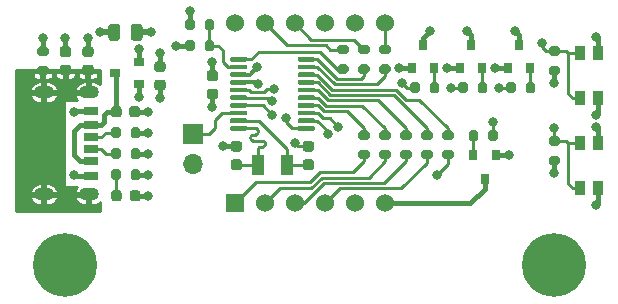
<source format=gbl>
G04 #@! TF.GenerationSoftware,KiCad,Pcbnew,(5.1.10)-1*
G04 #@! TF.CreationDate,2021-07-15T16:55:59+03:00*
G04 #@! TF.ProjectId,clock,636c6f63-6b2e-46b6-9963-61645f706362,rev?*
G04 #@! TF.SameCoordinates,Original*
G04 #@! TF.FileFunction,Copper,L4,Bot*
G04 #@! TF.FilePolarity,Positive*
%FSLAX46Y46*%
G04 Gerber Fmt 4.6, Leading zero omitted, Abs format (unit mm)*
G04 Created by KiCad (PCBNEW (5.1.10)-1) date 2021-07-15 16:55:59*
%MOMM*%
%LPD*%
G01*
G04 APERTURE LIST*
G04 #@! TA.AperFunction,ComponentPad*
%ADD10O,1.700000X1.700000*%
G04 #@! TD*
G04 #@! TA.AperFunction,ComponentPad*
%ADD11R,1.700000X1.700000*%
G04 #@! TD*
G04 #@! TA.AperFunction,SMDPad,CuDef*
%ADD12R,0.800000X0.900000*%
G04 #@! TD*
G04 #@! TA.AperFunction,SMDPad,CuDef*
%ADD13R,0.900000X0.800000*%
G04 #@! TD*
G04 #@! TA.AperFunction,ComponentPad*
%ADD14C,1.524000*%
G04 #@! TD*
G04 #@! TA.AperFunction,ComponentPad*
%ADD15R,1.524000X1.524000*%
G04 #@! TD*
G04 #@! TA.AperFunction,SMDPad,CuDef*
%ADD16R,1.000000X1.800000*%
G04 #@! TD*
G04 #@! TA.AperFunction,SMDPad,CuDef*
%ADD17R,0.900000X1.225000*%
G04 #@! TD*
G04 #@! TA.AperFunction,ComponentPad*
%ADD18O,1.700000X1.100000*%
G04 #@! TD*
G04 #@! TA.AperFunction,SMDPad,CuDef*
%ADD19R,1.200000X0.800000*%
G04 #@! TD*
G04 #@! TA.AperFunction,SMDPad,CuDef*
%ADD20R,1.200000X0.760000*%
G04 #@! TD*
G04 #@! TA.AperFunction,SMDPad,CuDef*
%ADD21R,1.200000X0.700000*%
G04 #@! TD*
G04 #@! TA.AperFunction,ComponentPad*
%ADD22C,5.400000*%
G04 #@! TD*
G04 #@! TA.AperFunction,ComponentPad*
%ADD23C,0.800000*%
G04 #@! TD*
G04 #@! TA.AperFunction,ViaPad*
%ADD24C,0.800000*%
G04 #@! TD*
G04 #@! TA.AperFunction,Conductor*
%ADD25C,0.254000*%
G04 #@! TD*
G04 #@! TA.AperFunction,Conductor*
%ADD26C,0.381000*%
G04 #@! TD*
G04 #@! TA.AperFunction,Conductor*
%ADD27C,0.508000*%
G04 #@! TD*
G04 #@! TA.AperFunction,Conductor*
%ADD28C,0.300000*%
G04 #@! TD*
G04 #@! TA.AperFunction,Conductor*
%ADD29C,0.100000*%
G04 #@! TD*
G04 APERTURE END LIST*
G04 #@! TA.AperFunction,SMDPad,CuDef*
G36*
G01*
X49750000Y-29949000D02*
X49750000Y-29749000D01*
G75*
G02*
X49850000Y-29649000I100000J0D01*
G01*
X51125000Y-29649000D01*
G75*
G02*
X51225000Y-29749000I0J-100000D01*
G01*
X51225000Y-29949000D01*
G75*
G02*
X51125000Y-30049000I-100000J0D01*
G01*
X49850000Y-30049000D01*
G75*
G02*
X49750000Y-29949000I0J100000D01*
G01*
G37*
G04 #@! TD.AperFunction*
G04 #@! TA.AperFunction,SMDPad,CuDef*
G36*
G01*
X49750000Y-29299000D02*
X49750000Y-29099000D01*
G75*
G02*
X49850000Y-28999000I100000J0D01*
G01*
X51125000Y-28999000D01*
G75*
G02*
X51225000Y-29099000I0J-100000D01*
G01*
X51225000Y-29299000D01*
G75*
G02*
X51125000Y-29399000I-100000J0D01*
G01*
X49850000Y-29399000D01*
G75*
G02*
X49750000Y-29299000I0J100000D01*
G01*
G37*
G04 #@! TD.AperFunction*
G04 #@! TA.AperFunction,SMDPad,CuDef*
G36*
G01*
X49750000Y-28649000D02*
X49750000Y-28449000D01*
G75*
G02*
X49850000Y-28349000I100000J0D01*
G01*
X51125000Y-28349000D01*
G75*
G02*
X51225000Y-28449000I0J-100000D01*
G01*
X51225000Y-28649000D01*
G75*
G02*
X51125000Y-28749000I-100000J0D01*
G01*
X49850000Y-28749000D01*
G75*
G02*
X49750000Y-28649000I0J100000D01*
G01*
G37*
G04 #@! TD.AperFunction*
G04 #@! TA.AperFunction,SMDPad,CuDef*
G36*
G01*
X49750000Y-27999000D02*
X49750000Y-27799000D01*
G75*
G02*
X49850000Y-27699000I100000J0D01*
G01*
X51125000Y-27699000D01*
G75*
G02*
X51225000Y-27799000I0J-100000D01*
G01*
X51225000Y-27999000D01*
G75*
G02*
X51125000Y-28099000I-100000J0D01*
G01*
X49850000Y-28099000D01*
G75*
G02*
X49750000Y-27999000I0J100000D01*
G01*
G37*
G04 #@! TD.AperFunction*
G04 #@! TA.AperFunction,SMDPad,CuDef*
G36*
G01*
X49750000Y-27349000D02*
X49750000Y-27149000D01*
G75*
G02*
X49850000Y-27049000I100000J0D01*
G01*
X51125000Y-27049000D01*
G75*
G02*
X51225000Y-27149000I0J-100000D01*
G01*
X51225000Y-27349000D01*
G75*
G02*
X51125000Y-27449000I-100000J0D01*
G01*
X49850000Y-27449000D01*
G75*
G02*
X49750000Y-27349000I0J100000D01*
G01*
G37*
G04 #@! TD.AperFunction*
G04 #@! TA.AperFunction,SMDPad,CuDef*
G36*
G01*
X49750000Y-26699000D02*
X49750000Y-26499000D01*
G75*
G02*
X49850000Y-26399000I100000J0D01*
G01*
X51125000Y-26399000D01*
G75*
G02*
X51225000Y-26499000I0J-100000D01*
G01*
X51225000Y-26699000D01*
G75*
G02*
X51125000Y-26799000I-100000J0D01*
G01*
X49850000Y-26799000D01*
G75*
G02*
X49750000Y-26699000I0J100000D01*
G01*
G37*
G04 #@! TD.AperFunction*
G04 #@! TA.AperFunction,SMDPad,CuDef*
G36*
G01*
X49750000Y-26049000D02*
X49750000Y-25849000D01*
G75*
G02*
X49850000Y-25749000I100000J0D01*
G01*
X51125000Y-25749000D01*
G75*
G02*
X51225000Y-25849000I0J-100000D01*
G01*
X51225000Y-26049000D01*
G75*
G02*
X51125000Y-26149000I-100000J0D01*
G01*
X49850000Y-26149000D01*
G75*
G02*
X49750000Y-26049000I0J100000D01*
G01*
G37*
G04 #@! TD.AperFunction*
G04 #@! TA.AperFunction,SMDPad,CuDef*
G36*
G01*
X49750000Y-25399000D02*
X49750000Y-25199000D01*
G75*
G02*
X49850000Y-25099000I100000J0D01*
G01*
X51125000Y-25099000D01*
G75*
G02*
X51225000Y-25199000I0J-100000D01*
G01*
X51225000Y-25399000D01*
G75*
G02*
X51125000Y-25499000I-100000J0D01*
G01*
X49850000Y-25499000D01*
G75*
G02*
X49750000Y-25399000I0J100000D01*
G01*
G37*
G04 #@! TD.AperFunction*
G04 #@! TA.AperFunction,SMDPad,CuDef*
G36*
G01*
X49750000Y-24749000D02*
X49750000Y-24549000D01*
G75*
G02*
X49850000Y-24449000I100000J0D01*
G01*
X51125000Y-24449000D01*
G75*
G02*
X51225000Y-24549000I0J-100000D01*
G01*
X51225000Y-24749000D01*
G75*
G02*
X51125000Y-24849000I-100000J0D01*
G01*
X49850000Y-24849000D01*
G75*
G02*
X49750000Y-24749000I0J100000D01*
G01*
G37*
G04 #@! TD.AperFunction*
G04 #@! TA.AperFunction,SMDPad,CuDef*
G36*
G01*
X49750000Y-24099000D02*
X49750000Y-23899000D01*
G75*
G02*
X49850000Y-23799000I100000J0D01*
G01*
X51125000Y-23799000D01*
G75*
G02*
X51225000Y-23899000I0J-100000D01*
G01*
X51225000Y-24099000D01*
G75*
G02*
X51125000Y-24199000I-100000J0D01*
G01*
X49850000Y-24199000D01*
G75*
G02*
X49750000Y-24099000I0J100000D01*
G01*
G37*
G04 #@! TD.AperFunction*
G04 #@! TA.AperFunction,SMDPad,CuDef*
G36*
G01*
X44025000Y-24099000D02*
X44025000Y-23899000D01*
G75*
G02*
X44125000Y-23799000I100000J0D01*
G01*
X45400000Y-23799000D01*
G75*
G02*
X45500000Y-23899000I0J-100000D01*
G01*
X45500000Y-24099000D01*
G75*
G02*
X45400000Y-24199000I-100000J0D01*
G01*
X44125000Y-24199000D01*
G75*
G02*
X44025000Y-24099000I0J100000D01*
G01*
G37*
G04 #@! TD.AperFunction*
G04 #@! TA.AperFunction,SMDPad,CuDef*
G36*
G01*
X44025000Y-24749000D02*
X44025000Y-24549000D01*
G75*
G02*
X44125000Y-24449000I100000J0D01*
G01*
X45400000Y-24449000D01*
G75*
G02*
X45500000Y-24549000I0J-100000D01*
G01*
X45500000Y-24749000D01*
G75*
G02*
X45400000Y-24849000I-100000J0D01*
G01*
X44125000Y-24849000D01*
G75*
G02*
X44025000Y-24749000I0J100000D01*
G01*
G37*
G04 #@! TD.AperFunction*
G04 #@! TA.AperFunction,SMDPad,CuDef*
G36*
G01*
X44025000Y-25399000D02*
X44025000Y-25199000D01*
G75*
G02*
X44125000Y-25099000I100000J0D01*
G01*
X45400000Y-25099000D01*
G75*
G02*
X45500000Y-25199000I0J-100000D01*
G01*
X45500000Y-25399000D01*
G75*
G02*
X45400000Y-25499000I-100000J0D01*
G01*
X44125000Y-25499000D01*
G75*
G02*
X44025000Y-25399000I0J100000D01*
G01*
G37*
G04 #@! TD.AperFunction*
G04 #@! TA.AperFunction,SMDPad,CuDef*
G36*
G01*
X44025000Y-26049000D02*
X44025000Y-25849000D01*
G75*
G02*
X44125000Y-25749000I100000J0D01*
G01*
X45400000Y-25749000D01*
G75*
G02*
X45500000Y-25849000I0J-100000D01*
G01*
X45500000Y-26049000D01*
G75*
G02*
X45400000Y-26149000I-100000J0D01*
G01*
X44125000Y-26149000D01*
G75*
G02*
X44025000Y-26049000I0J100000D01*
G01*
G37*
G04 #@! TD.AperFunction*
G04 #@! TA.AperFunction,SMDPad,CuDef*
G36*
G01*
X44025000Y-26699000D02*
X44025000Y-26499000D01*
G75*
G02*
X44125000Y-26399000I100000J0D01*
G01*
X45400000Y-26399000D01*
G75*
G02*
X45500000Y-26499000I0J-100000D01*
G01*
X45500000Y-26699000D01*
G75*
G02*
X45400000Y-26799000I-100000J0D01*
G01*
X44125000Y-26799000D01*
G75*
G02*
X44025000Y-26699000I0J100000D01*
G01*
G37*
G04 #@! TD.AperFunction*
G04 #@! TA.AperFunction,SMDPad,CuDef*
G36*
G01*
X44025000Y-27349000D02*
X44025000Y-27149000D01*
G75*
G02*
X44125000Y-27049000I100000J0D01*
G01*
X45400000Y-27049000D01*
G75*
G02*
X45500000Y-27149000I0J-100000D01*
G01*
X45500000Y-27349000D01*
G75*
G02*
X45400000Y-27449000I-100000J0D01*
G01*
X44125000Y-27449000D01*
G75*
G02*
X44025000Y-27349000I0J100000D01*
G01*
G37*
G04 #@! TD.AperFunction*
G04 #@! TA.AperFunction,SMDPad,CuDef*
G36*
G01*
X44025000Y-27999000D02*
X44025000Y-27799000D01*
G75*
G02*
X44125000Y-27699000I100000J0D01*
G01*
X45400000Y-27699000D01*
G75*
G02*
X45500000Y-27799000I0J-100000D01*
G01*
X45500000Y-27999000D01*
G75*
G02*
X45400000Y-28099000I-100000J0D01*
G01*
X44125000Y-28099000D01*
G75*
G02*
X44025000Y-27999000I0J100000D01*
G01*
G37*
G04 #@! TD.AperFunction*
G04 #@! TA.AperFunction,SMDPad,CuDef*
G36*
G01*
X44025000Y-28649000D02*
X44025000Y-28449000D01*
G75*
G02*
X44125000Y-28349000I100000J0D01*
G01*
X45400000Y-28349000D01*
G75*
G02*
X45500000Y-28449000I0J-100000D01*
G01*
X45500000Y-28649000D01*
G75*
G02*
X45400000Y-28749000I-100000J0D01*
G01*
X44125000Y-28749000D01*
G75*
G02*
X44025000Y-28649000I0J100000D01*
G01*
G37*
G04 #@! TD.AperFunction*
G04 #@! TA.AperFunction,SMDPad,CuDef*
G36*
G01*
X44025000Y-29299000D02*
X44025000Y-29099000D01*
G75*
G02*
X44125000Y-28999000I100000J0D01*
G01*
X45400000Y-28999000D01*
G75*
G02*
X45500000Y-29099000I0J-100000D01*
G01*
X45500000Y-29299000D01*
G75*
G02*
X45400000Y-29399000I-100000J0D01*
G01*
X44125000Y-29399000D01*
G75*
G02*
X44025000Y-29299000I0J100000D01*
G01*
G37*
G04 #@! TD.AperFunction*
G04 #@! TA.AperFunction,SMDPad,CuDef*
G36*
G01*
X44025000Y-29949000D02*
X44025000Y-29749000D01*
G75*
G02*
X44125000Y-29649000I100000J0D01*
G01*
X45400000Y-29649000D01*
G75*
G02*
X45500000Y-29749000I0J-100000D01*
G01*
X45500000Y-29949000D01*
G75*
G02*
X45400000Y-30049000I-100000J0D01*
G01*
X44125000Y-30049000D01*
G75*
G02*
X44025000Y-29949000I0J100000D01*
G01*
G37*
G04 #@! TD.AperFunction*
G04 #@! TA.AperFunction,SMDPad,CuDef*
G36*
G01*
X34729000Y-21242000D02*
X34729000Y-22192000D01*
G75*
G02*
X34479000Y-22442000I-250000J0D01*
G01*
X33979000Y-22442000D01*
G75*
G02*
X33729000Y-22192000I0J250000D01*
G01*
X33729000Y-21242000D01*
G75*
G02*
X33979000Y-20992000I250000J0D01*
G01*
X34479000Y-20992000D01*
G75*
G02*
X34729000Y-21242000I0J-250000D01*
G01*
G37*
G04 #@! TD.AperFunction*
G04 #@! TA.AperFunction,SMDPad,CuDef*
G36*
G01*
X36629000Y-21242000D02*
X36629000Y-22192000D01*
G75*
G02*
X36379000Y-22442000I-250000J0D01*
G01*
X35879000Y-22442000D01*
G75*
G02*
X35629000Y-22192000I0J250000D01*
G01*
X35629000Y-21242000D01*
G75*
G02*
X35879000Y-20992000I250000J0D01*
G01*
X36379000Y-20992000D01*
G75*
G02*
X36629000Y-21242000I0J-250000D01*
G01*
G37*
G04 #@! TD.AperFunction*
G04 #@! TA.AperFunction,SMDPad,CuDef*
G36*
G01*
X34854400Y-35303750D02*
X34854400Y-35816250D01*
G75*
G02*
X34635650Y-36035000I-218750J0D01*
G01*
X34198150Y-36035000D01*
G75*
G02*
X33979400Y-35816250I0J218750D01*
G01*
X33979400Y-35303750D01*
G75*
G02*
X34198150Y-35085000I218750J0D01*
G01*
X34635650Y-35085000D01*
G75*
G02*
X34854400Y-35303750I0J-218750D01*
G01*
G37*
G04 #@! TD.AperFunction*
G04 #@! TA.AperFunction,SMDPad,CuDef*
G36*
G01*
X36429400Y-35303750D02*
X36429400Y-35816250D01*
G75*
G02*
X36210650Y-36035000I-218750J0D01*
G01*
X35773150Y-36035000D01*
G75*
G02*
X35554400Y-35816250I0J218750D01*
G01*
X35554400Y-35303750D01*
G75*
G02*
X35773150Y-35085000I218750J0D01*
G01*
X36210650Y-35085000D01*
G75*
G02*
X36429400Y-35303750I0J-218750D01*
G01*
G37*
G04 #@! TD.AperFunction*
D10*
X40894000Y-32893000D03*
D11*
X40894000Y-30353000D03*
G04 #@! TA.AperFunction,SMDPad,CuDef*
G36*
G01*
X32254000Y-23805000D02*
X31754000Y-23805000D01*
G75*
G02*
X31529000Y-23580000I0J225000D01*
G01*
X31529000Y-23130000D01*
G75*
G02*
X31754000Y-22905000I225000J0D01*
G01*
X32254000Y-22905000D01*
G75*
G02*
X32479000Y-23130000I0J-225000D01*
G01*
X32479000Y-23580000D01*
G75*
G02*
X32254000Y-23805000I-225000J0D01*
G01*
G37*
G04 #@! TD.AperFunction*
G04 #@! TA.AperFunction,SMDPad,CuDef*
G36*
G01*
X32254000Y-25355000D02*
X31754000Y-25355000D01*
G75*
G02*
X31529000Y-25130000I0J225000D01*
G01*
X31529000Y-24680000D01*
G75*
G02*
X31754000Y-24455000I225000J0D01*
G01*
X32254000Y-24455000D01*
G75*
G02*
X32479000Y-24680000I0J-225000D01*
G01*
X32479000Y-25130000D01*
G75*
G02*
X32254000Y-25355000I-225000J0D01*
G01*
G37*
G04 #@! TD.AperFunction*
G04 #@! TA.AperFunction,SMDPad,CuDef*
G36*
G01*
X30349000Y-23805000D02*
X29849000Y-23805000D01*
G75*
G02*
X29624000Y-23580000I0J225000D01*
G01*
X29624000Y-23130000D01*
G75*
G02*
X29849000Y-22905000I225000J0D01*
G01*
X30349000Y-22905000D01*
G75*
G02*
X30574000Y-23130000I0J-225000D01*
G01*
X30574000Y-23580000D01*
G75*
G02*
X30349000Y-23805000I-225000J0D01*
G01*
G37*
G04 #@! TD.AperFunction*
G04 #@! TA.AperFunction,SMDPad,CuDef*
G36*
G01*
X30349000Y-25355000D02*
X29849000Y-25355000D01*
G75*
G02*
X29624000Y-25130000I0J225000D01*
G01*
X29624000Y-24680000D01*
G75*
G02*
X29849000Y-24455000I225000J0D01*
G01*
X30349000Y-24455000D01*
G75*
G02*
X30574000Y-24680000I0J-225000D01*
G01*
X30574000Y-25130000D01*
G75*
G02*
X30349000Y-25355000I-225000J0D01*
G01*
G37*
G04 #@! TD.AperFunction*
G04 #@! TA.AperFunction,SMDPad,CuDef*
G36*
G01*
X50923000Y-31819000D02*
X50423000Y-31819000D01*
G75*
G02*
X50198000Y-31594000I0J225000D01*
G01*
X50198000Y-31144000D01*
G75*
G02*
X50423000Y-30919000I225000J0D01*
G01*
X50923000Y-30919000D01*
G75*
G02*
X51148000Y-31144000I0J-225000D01*
G01*
X51148000Y-31594000D01*
G75*
G02*
X50923000Y-31819000I-225000J0D01*
G01*
G37*
G04 #@! TD.AperFunction*
G04 #@! TA.AperFunction,SMDPad,CuDef*
G36*
G01*
X50923000Y-33369000D02*
X50423000Y-33369000D01*
G75*
G02*
X50198000Y-33144000I0J225000D01*
G01*
X50198000Y-32694000D01*
G75*
G02*
X50423000Y-32469000I225000J0D01*
G01*
X50923000Y-32469000D01*
G75*
G02*
X51148000Y-32694000I0J-225000D01*
G01*
X51148000Y-33144000D01*
G75*
G02*
X50923000Y-33369000I-225000J0D01*
G01*
G37*
G04 #@! TD.AperFunction*
G04 #@! TA.AperFunction,SMDPad,CuDef*
G36*
G01*
X44827000Y-31819000D02*
X44327000Y-31819000D01*
G75*
G02*
X44102000Y-31594000I0J225000D01*
G01*
X44102000Y-31144000D01*
G75*
G02*
X44327000Y-30919000I225000J0D01*
G01*
X44827000Y-30919000D01*
G75*
G02*
X45052000Y-31144000I0J-225000D01*
G01*
X45052000Y-31594000D01*
G75*
G02*
X44827000Y-31819000I-225000J0D01*
G01*
G37*
G04 #@! TD.AperFunction*
G04 #@! TA.AperFunction,SMDPad,CuDef*
G36*
G01*
X44827000Y-33369000D02*
X44327000Y-33369000D01*
G75*
G02*
X44102000Y-33144000I0J225000D01*
G01*
X44102000Y-32694000D01*
G75*
G02*
X44327000Y-32469000I225000J0D01*
G01*
X44827000Y-32469000D01*
G75*
G02*
X45052000Y-32694000I0J-225000D01*
G01*
X45052000Y-33144000D01*
G75*
G02*
X44827000Y-33369000I-225000J0D01*
G01*
G37*
G04 #@! TD.AperFunction*
G04 #@! TA.AperFunction,SMDPad,CuDef*
G36*
G01*
X38350000Y-25075000D02*
X37850000Y-25075000D01*
G75*
G02*
X37625000Y-24850000I0J225000D01*
G01*
X37625000Y-24400000D01*
G75*
G02*
X37850000Y-24175000I225000J0D01*
G01*
X38350000Y-24175000D01*
G75*
G02*
X38575000Y-24400000I0J-225000D01*
G01*
X38575000Y-24850000D01*
G75*
G02*
X38350000Y-25075000I-225000J0D01*
G01*
G37*
G04 #@! TD.AperFunction*
G04 #@! TA.AperFunction,SMDPad,CuDef*
G36*
G01*
X38350000Y-26625000D02*
X37850000Y-26625000D01*
G75*
G02*
X37625000Y-26400000I0J225000D01*
G01*
X37625000Y-25950000D01*
G75*
G02*
X37850000Y-25725000I225000J0D01*
G01*
X38350000Y-25725000D01*
G75*
G02*
X38575000Y-25950000I0J-225000D01*
G01*
X38575000Y-26400000D01*
G75*
G02*
X38350000Y-26625000I-225000J0D01*
G01*
G37*
G04 #@! TD.AperFunction*
G04 #@! TA.AperFunction,SMDPad,CuDef*
G36*
G01*
X35504000Y-28698000D02*
X35504000Y-28198000D01*
G75*
G02*
X35729000Y-27973000I225000J0D01*
G01*
X36179000Y-27973000D01*
G75*
G02*
X36404000Y-28198000I0J-225000D01*
G01*
X36404000Y-28698000D01*
G75*
G02*
X36179000Y-28923000I-225000J0D01*
G01*
X35729000Y-28923000D01*
G75*
G02*
X35504000Y-28698000I0J225000D01*
G01*
G37*
G04 #@! TD.AperFunction*
G04 #@! TA.AperFunction,SMDPad,CuDef*
G36*
G01*
X33954000Y-28698000D02*
X33954000Y-28198000D01*
G75*
G02*
X34179000Y-27973000I225000J0D01*
G01*
X34629000Y-27973000D01*
G75*
G02*
X34854000Y-28198000I0J-225000D01*
G01*
X34854000Y-28698000D01*
G75*
G02*
X34629000Y-28923000I-225000J0D01*
G01*
X34179000Y-28923000D01*
G75*
G02*
X33954000Y-28698000I0J225000D01*
G01*
G37*
G04 #@! TD.AperFunction*
G04 #@! TA.AperFunction,SMDPad,CuDef*
G36*
G01*
X42295000Y-26487000D02*
X42795000Y-26487000D01*
G75*
G02*
X43020000Y-26712000I0J-225000D01*
G01*
X43020000Y-27162000D01*
G75*
G02*
X42795000Y-27387000I-225000J0D01*
G01*
X42295000Y-27387000D01*
G75*
G02*
X42070000Y-27162000I0J225000D01*
G01*
X42070000Y-26712000D01*
G75*
G02*
X42295000Y-26487000I225000J0D01*
G01*
G37*
G04 #@! TD.AperFunction*
G04 #@! TA.AperFunction,SMDPad,CuDef*
G36*
G01*
X42295000Y-24937000D02*
X42795000Y-24937000D01*
G75*
G02*
X43020000Y-25162000I0J-225000D01*
G01*
X43020000Y-25612000D01*
G75*
G02*
X42795000Y-25837000I-225000J0D01*
G01*
X42295000Y-25837000D01*
G75*
G02*
X42070000Y-25612000I0J225000D01*
G01*
X42070000Y-25162000D01*
G75*
G02*
X42295000Y-24937000I225000J0D01*
G01*
G37*
G04 #@! TD.AperFunction*
G04 #@! TA.AperFunction,SMDPad,CuDef*
G36*
G01*
X68219000Y-26141000D02*
X68219000Y-26691000D01*
G75*
G02*
X68019000Y-26891000I-200000J0D01*
G01*
X67619000Y-26891000D01*
G75*
G02*
X67419000Y-26691000I0J200000D01*
G01*
X67419000Y-26141000D01*
G75*
G02*
X67619000Y-25941000I200000J0D01*
G01*
X68019000Y-25941000D01*
G75*
G02*
X68219000Y-26141000I0J-200000D01*
G01*
G37*
G04 #@! TD.AperFunction*
G04 #@! TA.AperFunction,SMDPad,CuDef*
G36*
G01*
X69869000Y-26141000D02*
X69869000Y-26691000D01*
G75*
G02*
X69669000Y-26891000I-200000J0D01*
G01*
X69269000Y-26891000D01*
G75*
G02*
X69069000Y-26691000I0J200000D01*
G01*
X69069000Y-26141000D01*
G75*
G02*
X69269000Y-25941000I200000J0D01*
G01*
X69669000Y-25941000D01*
G75*
G02*
X69869000Y-26141000I0J-200000D01*
G01*
G37*
G04 #@! TD.AperFunction*
G04 #@! TA.AperFunction,SMDPad,CuDef*
G36*
G01*
X41040000Y-20807000D02*
X41040000Y-21357000D01*
G75*
G02*
X40840000Y-21557000I-200000J0D01*
G01*
X40440000Y-21557000D01*
G75*
G02*
X40240000Y-21357000I0J200000D01*
G01*
X40240000Y-20807000D01*
G75*
G02*
X40440000Y-20607000I200000J0D01*
G01*
X40840000Y-20607000D01*
G75*
G02*
X41040000Y-20807000I0J-200000D01*
G01*
G37*
G04 #@! TD.AperFunction*
G04 #@! TA.AperFunction,SMDPad,CuDef*
G36*
G01*
X42690000Y-20807000D02*
X42690000Y-21357000D01*
G75*
G02*
X42490000Y-21557000I-200000J0D01*
G01*
X42090000Y-21557000D01*
G75*
G02*
X41890000Y-21357000I0J200000D01*
G01*
X41890000Y-20807000D01*
G75*
G02*
X42090000Y-20607000I200000J0D01*
G01*
X42490000Y-20607000D01*
G75*
G02*
X42690000Y-20807000I0J-200000D01*
G01*
G37*
G04 #@! TD.AperFunction*
G04 #@! TA.AperFunction,SMDPad,CuDef*
G36*
G01*
X65893000Y-30755000D02*
X65893000Y-30205000D01*
G75*
G02*
X66093000Y-30005000I200000J0D01*
G01*
X66493000Y-30005000D01*
G75*
G02*
X66693000Y-30205000I0J-200000D01*
G01*
X66693000Y-30755000D01*
G75*
G02*
X66493000Y-30955000I-200000J0D01*
G01*
X66093000Y-30955000D01*
G75*
G02*
X65893000Y-30755000I0J200000D01*
G01*
G37*
G04 #@! TD.AperFunction*
G04 #@! TA.AperFunction,SMDPad,CuDef*
G36*
G01*
X64243000Y-30755000D02*
X64243000Y-30205000D01*
G75*
G02*
X64443000Y-30005000I200000J0D01*
G01*
X64843000Y-30005000D01*
G75*
G02*
X65043000Y-30205000I0J-200000D01*
G01*
X65043000Y-30755000D01*
G75*
G02*
X64843000Y-30955000I-200000J0D01*
G01*
X64443000Y-30955000D01*
G75*
G02*
X64243000Y-30755000I0J200000D01*
G01*
G37*
G04 #@! TD.AperFunction*
G04 #@! TA.AperFunction,SMDPad,CuDef*
G36*
G01*
X64155000Y-26141000D02*
X64155000Y-26691000D01*
G75*
G02*
X63955000Y-26891000I-200000J0D01*
G01*
X63555000Y-26891000D01*
G75*
G02*
X63355000Y-26691000I0J200000D01*
G01*
X63355000Y-26141000D01*
G75*
G02*
X63555000Y-25941000I200000J0D01*
G01*
X63955000Y-25941000D01*
G75*
G02*
X64155000Y-26141000I0J-200000D01*
G01*
G37*
G04 #@! TD.AperFunction*
G04 #@! TA.AperFunction,SMDPad,CuDef*
G36*
G01*
X65805000Y-26141000D02*
X65805000Y-26691000D01*
G75*
G02*
X65605000Y-26891000I-200000J0D01*
G01*
X65205000Y-26891000D01*
G75*
G02*
X65005000Y-26691000I0J200000D01*
G01*
X65005000Y-26141000D01*
G75*
G02*
X65205000Y-25941000I200000J0D01*
G01*
X65605000Y-25941000D01*
G75*
G02*
X65805000Y-26141000I0J-200000D01*
G01*
G37*
G04 #@! TD.AperFunction*
G04 #@! TA.AperFunction,SMDPad,CuDef*
G36*
G01*
X60091000Y-26141000D02*
X60091000Y-26691000D01*
G75*
G02*
X59891000Y-26891000I-200000J0D01*
G01*
X59491000Y-26891000D01*
G75*
G02*
X59291000Y-26691000I0J200000D01*
G01*
X59291000Y-26141000D01*
G75*
G02*
X59491000Y-25941000I200000J0D01*
G01*
X59891000Y-25941000D01*
G75*
G02*
X60091000Y-26141000I0J-200000D01*
G01*
G37*
G04 #@! TD.AperFunction*
G04 #@! TA.AperFunction,SMDPad,CuDef*
G36*
G01*
X61741000Y-26141000D02*
X61741000Y-26691000D01*
G75*
G02*
X61541000Y-26891000I-200000J0D01*
G01*
X61141000Y-26891000D01*
G75*
G02*
X60941000Y-26691000I0J200000D01*
G01*
X60941000Y-26141000D01*
G75*
G02*
X61141000Y-25941000I200000J0D01*
G01*
X61541000Y-25941000D01*
G75*
G02*
X61741000Y-26141000I0J-200000D01*
G01*
G37*
G04 #@! TD.AperFunction*
G04 #@! TA.AperFunction,SMDPad,CuDef*
G36*
G01*
X59203000Y-30817000D02*
X58653000Y-30817000D01*
G75*
G02*
X58453000Y-30617000I0J200000D01*
G01*
X58453000Y-30217000D01*
G75*
G02*
X58653000Y-30017000I200000J0D01*
G01*
X59203000Y-30017000D01*
G75*
G02*
X59403000Y-30217000I0J-200000D01*
G01*
X59403000Y-30617000D01*
G75*
G02*
X59203000Y-30817000I-200000J0D01*
G01*
G37*
G04 #@! TD.AperFunction*
G04 #@! TA.AperFunction,SMDPad,CuDef*
G36*
G01*
X59203000Y-32467000D02*
X58653000Y-32467000D01*
G75*
G02*
X58453000Y-32267000I0J200000D01*
G01*
X58453000Y-31867000D01*
G75*
G02*
X58653000Y-31667000I200000J0D01*
G01*
X59203000Y-31667000D01*
G75*
G02*
X59403000Y-31867000I0J-200000D01*
G01*
X59403000Y-32267000D01*
G75*
G02*
X59203000Y-32467000I-200000J0D01*
G01*
G37*
G04 #@! TD.AperFunction*
G04 #@! TA.AperFunction,SMDPad,CuDef*
G36*
G01*
X62759000Y-30817000D02*
X62209000Y-30817000D01*
G75*
G02*
X62009000Y-30617000I0J200000D01*
G01*
X62009000Y-30217000D01*
G75*
G02*
X62209000Y-30017000I200000J0D01*
G01*
X62759000Y-30017000D01*
G75*
G02*
X62959000Y-30217000I0J-200000D01*
G01*
X62959000Y-30617000D01*
G75*
G02*
X62759000Y-30817000I-200000J0D01*
G01*
G37*
G04 #@! TD.AperFunction*
G04 #@! TA.AperFunction,SMDPad,CuDef*
G36*
G01*
X62759000Y-32467000D02*
X62209000Y-32467000D01*
G75*
G02*
X62009000Y-32267000I0J200000D01*
G01*
X62009000Y-31867000D01*
G75*
G02*
X62209000Y-31667000I200000J0D01*
G01*
X62759000Y-31667000D01*
G75*
G02*
X62959000Y-31867000I0J-200000D01*
G01*
X62959000Y-32267000D01*
G75*
G02*
X62759000Y-32467000I-200000J0D01*
G01*
G37*
G04 #@! TD.AperFunction*
G04 #@! TA.AperFunction,SMDPad,CuDef*
G36*
G01*
X55097000Y-24428000D02*
X55647000Y-24428000D01*
G75*
G02*
X55847000Y-24628000I0J-200000D01*
G01*
X55847000Y-25028000D01*
G75*
G02*
X55647000Y-25228000I-200000J0D01*
G01*
X55097000Y-25228000D01*
G75*
G02*
X54897000Y-25028000I0J200000D01*
G01*
X54897000Y-24628000D01*
G75*
G02*
X55097000Y-24428000I200000J0D01*
G01*
G37*
G04 #@! TD.AperFunction*
G04 #@! TA.AperFunction,SMDPad,CuDef*
G36*
G01*
X55097000Y-22778000D02*
X55647000Y-22778000D01*
G75*
G02*
X55847000Y-22978000I0J-200000D01*
G01*
X55847000Y-23378000D01*
G75*
G02*
X55647000Y-23578000I-200000J0D01*
G01*
X55097000Y-23578000D01*
G75*
G02*
X54897000Y-23378000I0J200000D01*
G01*
X54897000Y-22978000D01*
G75*
G02*
X55097000Y-22778000I200000J0D01*
G01*
G37*
G04 #@! TD.AperFunction*
G04 #@! TA.AperFunction,SMDPad,CuDef*
G36*
G01*
X55647000Y-30817000D02*
X55097000Y-30817000D01*
G75*
G02*
X54897000Y-30617000I0J200000D01*
G01*
X54897000Y-30217000D01*
G75*
G02*
X55097000Y-30017000I200000J0D01*
G01*
X55647000Y-30017000D01*
G75*
G02*
X55847000Y-30217000I0J-200000D01*
G01*
X55847000Y-30617000D01*
G75*
G02*
X55647000Y-30817000I-200000J0D01*
G01*
G37*
G04 #@! TD.AperFunction*
G04 #@! TA.AperFunction,SMDPad,CuDef*
G36*
G01*
X55647000Y-32467000D02*
X55097000Y-32467000D01*
G75*
G02*
X54897000Y-32267000I0J200000D01*
G01*
X54897000Y-31867000D01*
G75*
G02*
X55097000Y-31667000I200000J0D01*
G01*
X55647000Y-31667000D01*
G75*
G02*
X55847000Y-31867000I0J-200000D01*
G01*
X55847000Y-32267000D01*
G75*
G02*
X55647000Y-32467000I-200000J0D01*
G01*
G37*
G04 #@! TD.AperFunction*
G04 #@! TA.AperFunction,SMDPad,CuDef*
G36*
G01*
X57425000Y-30817000D02*
X56875000Y-30817000D01*
G75*
G02*
X56675000Y-30617000I0J200000D01*
G01*
X56675000Y-30217000D01*
G75*
G02*
X56875000Y-30017000I200000J0D01*
G01*
X57425000Y-30017000D01*
G75*
G02*
X57625000Y-30217000I0J-200000D01*
G01*
X57625000Y-30617000D01*
G75*
G02*
X57425000Y-30817000I-200000J0D01*
G01*
G37*
G04 #@! TD.AperFunction*
G04 #@! TA.AperFunction,SMDPad,CuDef*
G36*
G01*
X57425000Y-32467000D02*
X56875000Y-32467000D01*
G75*
G02*
X56675000Y-32267000I0J200000D01*
G01*
X56675000Y-31867000D01*
G75*
G02*
X56875000Y-31667000I200000J0D01*
G01*
X57425000Y-31667000D01*
G75*
G02*
X57625000Y-31867000I0J-200000D01*
G01*
X57625000Y-32267000D01*
G75*
G02*
X57425000Y-32467000I-200000J0D01*
G01*
G37*
G04 #@! TD.AperFunction*
G04 #@! TA.AperFunction,SMDPad,CuDef*
G36*
G01*
X60981000Y-30817000D02*
X60431000Y-30817000D01*
G75*
G02*
X60231000Y-30617000I0J200000D01*
G01*
X60231000Y-30217000D01*
G75*
G02*
X60431000Y-30017000I200000J0D01*
G01*
X60981000Y-30017000D01*
G75*
G02*
X61181000Y-30217000I0J-200000D01*
G01*
X61181000Y-30617000D01*
G75*
G02*
X60981000Y-30817000I-200000J0D01*
G01*
G37*
G04 #@! TD.AperFunction*
G04 #@! TA.AperFunction,SMDPad,CuDef*
G36*
G01*
X60981000Y-32467000D02*
X60431000Y-32467000D01*
G75*
G02*
X60231000Y-32267000I0J200000D01*
G01*
X60231000Y-31867000D01*
G75*
G02*
X60431000Y-31667000I200000J0D01*
G01*
X60981000Y-31667000D01*
G75*
G02*
X61181000Y-31867000I0J-200000D01*
G01*
X61181000Y-32267000D01*
G75*
G02*
X60981000Y-32467000I-200000J0D01*
G01*
G37*
G04 #@! TD.AperFunction*
G04 #@! TA.AperFunction,SMDPad,CuDef*
G36*
G01*
X56875000Y-24428000D02*
X57425000Y-24428000D01*
G75*
G02*
X57625000Y-24628000I0J-200000D01*
G01*
X57625000Y-25028000D01*
G75*
G02*
X57425000Y-25228000I-200000J0D01*
G01*
X56875000Y-25228000D01*
G75*
G02*
X56675000Y-25028000I0J200000D01*
G01*
X56675000Y-24628000D01*
G75*
G02*
X56875000Y-24428000I200000J0D01*
G01*
G37*
G04 #@! TD.AperFunction*
G04 #@! TA.AperFunction,SMDPad,CuDef*
G36*
G01*
X56875000Y-22778000D02*
X57425000Y-22778000D01*
G75*
G02*
X57625000Y-22978000I0J-200000D01*
G01*
X57625000Y-23378000D01*
G75*
G02*
X57425000Y-23578000I-200000J0D01*
G01*
X56875000Y-23578000D01*
G75*
G02*
X56675000Y-23378000I0J200000D01*
G01*
X56675000Y-22978000D01*
G75*
G02*
X56875000Y-22778000I200000J0D01*
G01*
G37*
G04 #@! TD.AperFunction*
G04 #@! TA.AperFunction,SMDPad,CuDef*
G36*
G01*
X53319000Y-24428000D02*
X53869000Y-24428000D01*
G75*
G02*
X54069000Y-24628000I0J-200000D01*
G01*
X54069000Y-25028000D01*
G75*
G02*
X53869000Y-25228000I-200000J0D01*
G01*
X53319000Y-25228000D01*
G75*
G02*
X53119000Y-25028000I0J200000D01*
G01*
X53119000Y-24628000D01*
G75*
G02*
X53319000Y-24428000I200000J0D01*
G01*
G37*
G04 #@! TD.AperFunction*
G04 #@! TA.AperFunction,SMDPad,CuDef*
G36*
G01*
X53319000Y-22778000D02*
X53869000Y-22778000D01*
G75*
G02*
X54069000Y-22978000I0J-200000D01*
G01*
X54069000Y-23378000D01*
G75*
G02*
X53869000Y-23578000I-200000J0D01*
G01*
X53319000Y-23578000D01*
G75*
G02*
X53119000Y-23378000I0J200000D01*
G01*
X53119000Y-22978000D01*
G75*
G02*
X53319000Y-22778000I200000J0D01*
G01*
G37*
G04 #@! TD.AperFunction*
G04 #@! TA.AperFunction,SMDPad,CuDef*
G36*
G01*
X41890000Y-23135000D02*
X41890000Y-22585000D01*
G75*
G02*
X42090000Y-22385000I200000J0D01*
G01*
X42490000Y-22385000D01*
G75*
G02*
X42690000Y-22585000I0J-200000D01*
G01*
X42690000Y-23135000D01*
G75*
G02*
X42490000Y-23335000I-200000J0D01*
G01*
X42090000Y-23335000D01*
G75*
G02*
X41890000Y-23135000I0J200000D01*
G01*
G37*
G04 #@! TD.AperFunction*
G04 #@! TA.AperFunction,SMDPad,CuDef*
G36*
G01*
X40240000Y-23135000D02*
X40240000Y-22585000D01*
G75*
G02*
X40440000Y-22385000I200000J0D01*
G01*
X40840000Y-22385000D01*
G75*
G02*
X41040000Y-22585000I0J-200000D01*
G01*
X41040000Y-23135000D01*
G75*
G02*
X40840000Y-23335000I-200000J0D01*
G01*
X40440000Y-23335000D01*
G75*
G02*
X40240000Y-23135000I0J200000D01*
G01*
G37*
G04 #@! TD.AperFunction*
G04 #@! TA.AperFunction,SMDPad,CuDef*
G36*
G01*
X71776000Y-31325000D02*
X71226000Y-31325000D01*
G75*
G02*
X71026000Y-31125000I0J200000D01*
G01*
X71026000Y-30725000D01*
G75*
G02*
X71226000Y-30525000I200000J0D01*
G01*
X71776000Y-30525000D01*
G75*
G02*
X71976000Y-30725000I0J-200000D01*
G01*
X71976000Y-31125000D01*
G75*
G02*
X71776000Y-31325000I-200000J0D01*
G01*
G37*
G04 #@! TD.AperFunction*
G04 #@! TA.AperFunction,SMDPad,CuDef*
G36*
G01*
X71776000Y-32975000D02*
X71226000Y-32975000D01*
G75*
G02*
X71026000Y-32775000I0J200000D01*
G01*
X71026000Y-32375000D01*
G75*
G02*
X71226000Y-32175000I200000J0D01*
G01*
X71776000Y-32175000D01*
G75*
G02*
X71976000Y-32375000I0J-200000D01*
G01*
X71976000Y-32775000D01*
G75*
G02*
X71776000Y-32975000I-200000J0D01*
G01*
G37*
G04 #@! TD.AperFunction*
G04 #@! TA.AperFunction,SMDPad,CuDef*
G36*
G01*
X71776000Y-23705000D02*
X71226000Y-23705000D01*
G75*
G02*
X71026000Y-23505000I0J200000D01*
G01*
X71026000Y-23105000D01*
G75*
G02*
X71226000Y-22905000I200000J0D01*
G01*
X71776000Y-22905000D01*
G75*
G02*
X71976000Y-23105000I0J-200000D01*
G01*
X71976000Y-23505000D01*
G75*
G02*
X71776000Y-23705000I-200000J0D01*
G01*
G37*
G04 #@! TD.AperFunction*
G04 #@! TA.AperFunction,SMDPad,CuDef*
G36*
G01*
X71776000Y-25355000D02*
X71226000Y-25355000D01*
G75*
G02*
X71026000Y-25155000I0J200000D01*
G01*
X71026000Y-24755000D01*
G75*
G02*
X71226000Y-24555000I200000J0D01*
G01*
X71776000Y-24555000D01*
G75*
G02*
X71976000Y-24755000I0J-200000D01*
G01*
X71976000Y-25155000D01*
G75*
G02*
X71776000Y-25355000I-200000J0D01*
G01*
G37*
G04 #@! TD.AperFunction*
G04 #@! TA.AperFunction,SMDPad,CuDef*
G36*
G01*
X28469000Y-23705000D02*
X27919000Y-23705000D01*
G75*
G02*
X27719000Y-23505000I0J200000D01*
G01*
X27719000Y-23105000D01*
G75*
G02*
X27919000Y-22905000I200000J0D01*
G01*
X28469000Y-22905000D01*
G75*
G02*
X28669000Y-23105000I0J-200000D01*
G01*
X28669000Y-23505000D01*
G75*
G02*
X28469000Y-23705000I-200000J0D01*
G01*
G37*
G04 #@! TD.AperFunction*
G04 #@! TA.AperFunction,SMDPad,CuDef*
G36*
G01*
X28469000Y-25355000D02*
X27919000Y-25355000D01*
G75*
G02*
X27719000Y-25155000I0J200000D01*
G01*
X27719000Y-24755000D01*
G75*
G02*
X27919000Y-24555000I200000J0D01*
G01*
X28469000Y-24555000D01*
G75*
G02*
X28669000Y-24755000I0J-200000D01*
G01*
X28669000Y-25155000D01*
G75*
G02*
X28469000Y-25355000I-200000J0D01*
G01*
G37*
G04 #@! TD.AperFunction*
G04 #@! TA.AperFunction,SMDPad,CuDef*
G36*
G01*
X35629400Y-32279000D02*
X35629400Y-31729000D01*
G75*
G02*
X35829400Y-31529000I200000J0D01*
G01*
X36229400Y-31529000D01*
G75*
G02*
X36429400Y-31729000I0J-200000D01*
G01*
X36429400Y-32279000D01*
G75*
G02*
X36229400Y-32479000I-200000J0D01*
G01*
X35829400Y-32479000D01*
G75*
G02*
X35629400Y-32279000I0J200000D01*
G01*
G37*
G04 #@! TD.AperFunction*
G04 #@! TA.AperFunction,SMDPad,CuDef*
G36*
G01*
X33979400Y-32279000D02*
X33979400Y-31729000D01*
G75*
G02*
X34179400Y-31529000I200000J0D01*
G01*
X34579400Y-31529000D01*
G75*
G02*
X34779400Y-31729000I0J-200000D01*
G01*
X34779400Y-32279000D01*
G75*
G02*
X34579400Y-32479000I-200000J0D01*
G01*
X34179400Y-32479000D01*
G75*
G02*
X33979400Y-32279000I0J200000D01*
G01*
G37*
G04 #@! TD.AperFunction*
G04 #@! TA.AperFunction,SMDPad,CuDef*
G36*
G01*
X35629400Y-30501000D02*
X35629400Y-29951000D01*
G75*
G02*
X35829400Y-29751000I200000J0D01*
G01*
X36229400Y-29751000D01*
G75*
G02*
X36429400Y-29951000I0J-200000D01*
G01*
X36429400Y-30501000D01*
G75*
G02*
X36229400Y-30701000I-200000J0D01*
G01*
X35829400Y-30701000D01*
G75*
G02*
X35629400Y-30501000I0J200000D01*
G01*
G37*
G04 #@! TD.AperFunction*
G04 #@! TA.AperFunction,SMDPad,CuDef*
G36*
G01*
X33979400Y-30501000D02*
X33979400Y-29951000D01*
G75*
G02*
X34179400Y-29751000I200000J0D01*
G01*
X34579400Y-29751000D01*
G75*
G02*
X34779400Y-29951000I0J-200000D01*
G01*
X34779400Y-30501000D01*
G75*
G02*
X34579400Y-30701000I-200000J0D01*
G01*
X34179400Y-30701000D01*
G75*
G02*
X33979400Y-30501000I0J200000D01*
G01*
G37*
G04 #@! TD.AperFunction*
G04 #@! TA.AperFunction,SMDPad,CuDef*
G36*
G01*
X34779400Y-33507000D02*
X34779400Y-34057000D01*
G75*
G02*
X34579400Y-34257000I-200000J0D01*
G01*
X34179400Y-34257000D01*
G75*
G02*
X33979400Y-34057000I0J200000D01*
G01*
X33979400Y-33507000D01*
G75*
G02*
X34179400Y-33307000I200000J0D01*
G01*
X34579400Y-33307000D01*
G75*
G02*
X34779400Y-33507000I0J-200000D01*
G01*
G37*
G04 #@! TD.AperFunction*
G04 #@! TA.AperFunction,SMDPad,CuDef*
G36*
G01*
X36429400Y-33507000D02*
X36429400Y-34057000D01*
G75*
G02*
X36229400Y-34257000I-200000J0D01*
G01*
X35829400Y-34257000D01*
G75*
G02*
X35629400Y-34057000I0J200000D01*
G01*
X35629400Y-33507000D01*
G75*
G02*
X35829400Y-33307000I200000J0D01*
G01*
X36229400Y-33307000D01*
G75*
G02*
X36429400Y-33507000I0J-200000D01*
G01*
G37*
G04 #@! TD.AperFunction*
D12*
X60386000Y-22765000D03*
X59436000Y-24765000D03*
X61336000Y-24765000D03*
X65598000Y-34131000D03*
X66548000Y-32131000D03*
X64648000Y-32131000D03*
D13*
X34322000Y-25146000D03*
X36322000Y-26096000D03*
X36322000Y-24196000D03*
D12*
X64450000Y-22765000D03*
X63500000Y-24765000D03*
X65400000Y-24765000D03*
X68514000Y-22765000D03*
X67564000Y-24765000D03*
X69464000Y-24765000D03*
D14*
X44450000Y-20955000D03*
X46990000Y-20955000D03*
X49530000Y-20955000D03*
X52070000Y-20955000D03*
X54610000Y-20955000D03*
X57150000Y-20955000D03*
X57150000Y-36195000D03*
X54610000Y-36195000D03*
X52070000Y-36195000D03*
X49530000Y-36195000D03*
X46990000Y-36195000D03*
D15*
X44450000Y-36195000D03*
D16*
X48875000Y-32918400D03*
X46375000Y-32918400D03*
D17*
X75186400Y-31107500D03*
X75186400Y-34932500D03*
X73686400Y-34932500D03*
X73686400Y-31107500D03*
X75186400Y-23487500D03*
X75186400Y-27312500D03*
X73686400Y-27312500D03*
X73686400Y-23487500D03*
D18*
X28275200Y-35435000D03*
X32075200Y-35435000D03*
X28275200Y-26795000D03*
D19*
X32225200Y-28365000D03*
D20*
X32225200Y-29595000D03*
D21*
X32225200Y-30615000D03*
X32225200Y-31615000D03*
D20*
X32225200Y-32635000D03*
D18*
X32075200Y-26795000D03*
D19*
X32225200Y-33865000D03*
D22*
X71501000Y-41402000D03*
D23*
X69476000Y-41402000D03*
X70069109Y-42833891D03*
X71501000Y-43427000D03*
X72932891Y-42833891D03*
X73526000Y-41402000D03*
X72932891Y-39970109D03*
X71501000Y-39377000D03*
X70069109Y-39970109D03*
D22*
X30099000Y-41402000D03*
D23*
X32124000Y-41402000D03*
X31530891Y-39970109D03*
X30099000Y-39377000D03*
X28667109Y-39970109D03*
X28074000Y-41402000D03*
X28667109Y-42833891D03*
X30099000Y-43427000D03*
X31530891Y-42833891D03*
D24*
X61595000Y-33782000D03*
X60960000Y-21590002D03*
X64135000Y-21590000D03*
X68199000Y-21590000D03*
X37084000Y-28448000D03*
X37084000Y-30226000D03*
X37084000Y-32004000D03*
X37084000Y-35560000D03*
X38100000Y-23495000D03*
X33020000Y-21717000D03*
X42545000Y-28067000D03*
X30861000Y-28448000D03*
X30861000Y-33782000D03*
X28194000Y-22225000D03*
X30099000Y-22225000D03*
X32004000Y-22225000D03*
X36322000Y-23114000D03*
X43434000Y-31369000D03*
X40640000Y-19939000D03*
X58356500Y-24765000D03*
X62420500Y-24765000D03*
X66484500Y-24765000D03*
X67691000Y-32131000D03*
X75057000Y-29718000D03*
X75057000Y-36322000D03*
X75057000Y-28702000D03*
X75057000Y-22098000D03*
X46379845Y-26067979D03*
X49530000Y-31115000D03*
X37084000Y-33782000D03*
X38100000Y-27305000D03*
X37338000Y-21717000D03*
X42545000Y-24257000D03*
X36322000Y-27178000D03*
X39497000Y-22860000D03*
X71501000Y-33655000D03*
X71501000Y-26035000D03*
X46355000Y-24638000D03*
X70485000Y-22606000D03*
X53219231Y-29712808D03*
X71501000Y-29845000D03*
X52324000Y-30353000D03*
X47752000Y-26543000D03*
X58610500Y-25971500D03*
X62738000Y-26416000D03*
X47625000Y-27559000D03*
X66802000Y-26416000D03*
X47625000Y-28702000D03*
X66294000Y-29337000D03*
X48767996Y-28956000D03*
D25*
X62484000Y-32893000D02*
X61595000Y-33782000D01*
X62484000Y-32067000D02*
X62484000Y-32893000D01*
X55372000Y-23178000D02*
X54546000Y-22352000D01*
X50927000Y-22352000D02*
X49530000Y-20955000D01*
X54546000Y-22352000D02*
X50927000Y-22352000D01*
D26*
X60386000Y-22765000D02*
X60386000Y-22164002D01*
X60386000Y-22164002D02*
X60960000Y-21590002D01*
D25*
X48841011Y-22806011D02*
X46990000Y-20955000D01*
X52143011Y-22806011D02*
X48841011Y-22806011D01*
X52515000Y-23178000D02*
X52143011Y-22806011D01*
X53594000Y-23178000D02*
X52515000Y-23178000D01*
X57150000Y-23178000D02*
X57150000Y-20955000D01*
X58928000Y-32639000D02*
X58928000Y-32067000D01*
X57096011Y-34470989D02*
X58928000Y-32639000D01*
X52016011Y-34470989D02*
X57096011Y-34470989D01*
X50292000Y-36195000D02*
X52016011Y-34470989D01*
X49530000Y-36195000D02*
X50292000Y-36195000D01*
X60706000Y-32766000D02*
X60706000Y-32067000D01*
X58547000Y-34925000D02*
X60706000Y-32766000D01*
X52070000Y-36195000D02*
X53340000Y-34925000D01*
X53340000Y-34925000D02*
X58547000Y-34925000D01*
X57150000Y-32639000D02*
X57150000Y-32067000D01*
X55772022Y-34016978D02*
X57150000Y-32639000D01*
X51827954Y-34016978D02*
X55772022Y-34016978D01*
X50919932Y-34925000D02*
X51827954Y-34016978D01*
X48260000Y-34925000D02*
X50919932Y-34925000D01*
X46990000Y-36195000D02*
X48260000Y-34925000D01*
X55372000Y-32639000D02*
X55372000Y-32067000D01*
X54483000Y-33528000D02*
X55372000Y-32639000D01*
X51674864Y-33528000D02*
X54483000Y-33528000D01*
X50785864Y-34417000D02*
X51674864Y-33528000D01*
X46228000Y-34417000D02*
X50785864Y-34417000D01*
X44450000Y-36195000D02*
X46228000Y-34417000D01*
D26*
X64450000Y-22765000D02*
X64450000Y-21905000D01*
X64450000Y-21905000D02*
X64135000Y-21590000D01*
X68514000Y-21905000D02*
X68199000Y-21590000D01*
X68514000Y-22765000D02*
X68514000Y-21905000D01*
X64389000Y-36195000D02*
X57150000Y-36195000D01*
X65598000Y-34986000D02*
X64389000Y-36195000D01*
X65598000Y-34131000D02*
X65598000Y-34986000D01*
X35954000Y-28448000D02*
X37084000Y-28448000D01*
X36029400Y-30226000D02*
X37084000Y-30226000D01*
X36029400Y-32004000D02*
X37084000Y-32004000D01*
X35991900Y-35560000D02*
X37084000Y-35560000D01*
X38100000Y-24625000D02*
X38100000Y-23495000D01*
D27*
X34229000Y-21717000D02*
X33020000Y-21717000D01*
D26*
X42545000Y-26937000D02*
X42545000Y-28067000D01*
X30944000Y-28365000D02*
X30861000Y-28448000D01*
X32225200Y-28365000D02*
X30944000Y-28365000D01*
X32225200Y-33865000D02*
X30944000Y-33865000D01*
X30944000Y-33865000D02*
X30861000Y-33782000D01*
X28194000Y-23305000D02*
X28194000Y-22225000D01*
X30099000Y-23355000D02*
X30099000Y-22225000D01*
X32004000Y-23355000D02*
X32004000Y-22225000D01*
X36322000Y-24196000D02*
X36322000Y-23114000D01*
X44577000Y-31369000D02*
X43434000Y-31369000D01*
X40640000Y-21082000D02*
X40640000Y-19939000D01*
X59436000Y-24765000D02*
X58356500Y-24765000D01*
X63500000Y-24765000D02*
X62420500Y-24765000D01*
X67564000Y-24765000D02*
X66484500Y-24765000D01*
X66548000Y-32131000D02*
X67691000Y-32131000D01*
X75186400Y-29847400D02*
X75057000Y-29718000D01*
X75186400Y-31107500D02*
X75186400Y-29847400D01*
X75186400Y-34932500D02*
X75186400Y-36192600D01*
X75186400Y-36192600D02*
X75057000Y-36322000D01*
X75186400Y-28572600D02*
X75057000Y-28702000D01*
X75186400Y-27312500D02*
X75186400Y-28572600D01*
X75186400Y-23487500D02*
X75186400Y-22227400D01*
X75186400Y-22227400D02*
X75057000Y-22098000D01*
D28*
X44762500Y-25949000D02*
X46260866Y-25949000D01*
X46260866Y-25949000D02*
X46379845Y-26067979D01*
D25*
X49784000Y-31369000D02*
X49530000Y-31115000D01*
X50673000Y-31369000D02*
X49784000Y-31369000D01*
D26*
X36029400Y-33782000D02*
X37084000Y-33782000D01*
X38100000Y-26175000D02*
X38100000Y-27305000D01*
D27*
X36195000Y-21717000D02*
X37338000Y-21717000D01*
D26*
X42545000Y-25387000D02*
X42545000Y-24257000D01*
X36322000Y-26096000D02*
X36322000Y-27178000D01*
X40640000Y-22860000D02*
X39497000Y-22860000D01*
X71501000Y-32575000D02*
X71501000Y-33655000D01*
X71501000Y-24955000D02*
X71501000Y-26035000D01*
D28*
X44762500Y-25299000D02*
X45694000Y-25299000D01*
X45694000Y-25299000D02*
X46355000Y-24638000D01*
D26*
X30861000Y-30099000D02*
X31365000Y-29595000D01*
X31365000Y-29595000D02*
X32225200Y-29595000D01*
X30861000Y-32131000D02*
X30861000Y-30099000D01*
X31365000Y-32635000D02*
X30861000Y-32131000D01*
X32225200Y-32635000D02*
X31365000Y-32635000D01*
X33655000Y-28448000D02*
X34404000Y-28448000D01*
X33401000Y-29337000D02*
X33401000Y-28702000D01*
X33401000Y-28702000D02*
X33655000Y-28448000D01*
X33143000Y-29595000D02*
X33401000Y-29337000D01*
X32225200Y-29595000D02*
X33143000Y-29595000D01*
X34417000Y-28435000D02*
X34404000Y-28448000D01*
X34417000Y-25241000D02*
X34417000Y-28435000D01*
X34322000Y-25146000D02*
X34417000Y-25241000D01*
D25*
X46374400Y-32919000D02*
X46375000Y-32918400D01*
X44577000Y-32919000D02*
X46374400Y-32919000D01*
X46375000Y-31643000D02*
X46375000Y-32129120D01*
X46400154Y-31532793D02*
X46381369Y-31586479D01*
X46430415Y-31484633D02*
X46400154Y-31532793D01*
X46900620Y-31333585D02*
X46852460Y-31363846D01*
X46940839Y-31293366D02*
X46900620Y-31333585D01*
X46971100Y-31245206D02*
X46940839Y-31293366D01*
X46989885Y-31191520D02*
X46971100Y-31245206D01*
X46996253Y-31135000D02*
X46989885Y-31191520D01*
X46375000Y-32129120D02*
X46375000Y-32918400D01*
X46989885Y-31078479D02*
X46996253Y-31135000D01*
X46572480Y-31395368D02*
X46518794Y-31414153D01*
X46971100Y-31024793D02*
X46989885Y-31078479D01*
X46742253Y-31389000D02*
X46629000Y-31389000D01*
X46940839Y-30976633D02*
X46971100Y-31024793D01*
X46900620Y-30936414D02*
X46940839Y-30976633D01*
X45951226Y-30379368D02*
X45897540Y-30398153D01*
X45753747Y-30627000D02*
X45760115Y-30683520D01*
X46007747Y-30373000D02*
X45951226Y-30379368D01*
X46518794Y-31414153D02*
X46470634Y-31444414D01*
X45778900Y-30516793D02*
X45760115Y-30570479D01*
X46121000Y-30373000D02*
X46007747Y-30373000D01*
X46470634Y-31444414D02*
X46430415Y-31484633D01*
X45849380Y-30428414D02*
X45809161Y-30468633D01*
X46177520Y-30366631D02*
X46121000Y-30373000D01*
X46279366Y-30317585D02*
X46231206Y-30347846D01*
X46381369Y-31586479D02*
X46375000Y-31643000D01*
X46368631Y-30175520D02*
X46349846Y-30229206D01*
X45809161Y-30785366D02*
X45849380Y-30825585D01*
X46852460Y-31363846D02*
X46798774Y-31382631D01*
X46319585Y-30277366D02*
X46279366Y-30317585D01*
X46349846Y-30229206D02*
X46319585Y-30277366D01*
X45849380Y-30825585D02*
X45897540Y-30855846D01*
X46375000Y-30119000D02*
X46368631Y-30175520D01*
X46375000Y-29992000D02*
X46375000Y-30119000D01*
X45951226Y-30874631D02*
X46007747Y-30881000D01*
X46231206Y-30347846D02*
X46177520Y-30366631D01*
X46629000Y-31389000D02*
X46572480Y-31395368D01*
X46232000Y-29849000D02*
X46375000Y-29992000D01*
X44762500Y-29849000D02*
X46232000Y-29849000D01*
X45897540Y-30398153D02*
X45849380Y-30428414D01*
X45809161Y-30468633D02*
X45778900Y-30516793D01*
X45760115Y-30570479D02*
X45753747Y-30627000D01*
X45760115Y-30683520D02*
X45778900Y-30737206D01*
X45778900Y-30737206D02*
X45809161Y-30785366D01*
X45897540Y-30855846D02*
X45951226Y-30874631D01*
X46007747Y-30881000D02*
X46742253Y-30881000D01*
X46742253Y-30881000D02*
X46798774Y-30887368D01*
X46798774Y-30887368D02*
X46852460Y-30906153D01*
X46798774Y-31382631D02*
X46742253Y-31389000D01*
X46852460Y-30906153D02*
X46900620Y-30936414D01*
X50672400Y-32918400D02*
X50673000Y-32919000D01*
X48875000Y-32918400D02*
X50672400Y-32918400D01*
X48875000Y-31603000D02*
X48875000Y-32918400D01*
X44762500Y-29199000D02*
X46471000Y-29199000D01*
X46471000Y-29199000D02*
X48875000Y-31603000D01*
X33528000Y-30226000D02*
X34379400Y-30226000D01*
X33139000Y-30615000D02*
X33528000Y-30226000D01*
X32225200Y-30615000D02*
X33139000Y-30615000D01*
X33528000Y-32004000D02*
X34379400Y-32004000D01*
X33139000Y-31615000D02*
X33528000Y-32004000D01*
X32225200Y-31615000D02*
X33139000Y-31615000D01*
X43396500Y-28549000D02*
X44762500Y-28549000D01*
X42799000Y-29146500D02*
X43396500Y-28549000D01*
X42799000Y-29845000D02*
X42799000Y-29146500D01*
X42291000Y-30353000D02*
X42799000Y-29845000D01*
X40894000Y-30353000D02*
X42291000Y-30353000D01*
X61341000Y-24770000D02*
X61336000Y-24765000D01*
X61341000Y-26416000D02*
X61341000Y-24770000D01*
X65405000Y-24770000D02*
X65400000Y-24765000D01*
X65405000Y-26416000D02*
X65405000Y-24770000D01*
X69469000Y-24770000D02*
X69464000Y-24765000D01*
X69469000Y-26416000D02*
X69469000Y-24770000D01*
X64643000Y-32126000D02*
X64648000Y-32131000D01*
X64643000Y-30480000D02*
X64643000Y-32126000D01*
X71501000Y-23305000D02*
X72454000Y-23305000D01*
X72636500Y-23487500D02*
X73686400Y-23487500D01*
X72454000Y-23305000D02*
X72636500Y-23487500D01*
X73032500Y-27312500D02*
X73686400Y-27312500D01*
X72636500Y-26916500D02*
X73032500Y-27312500D01*
X72636500Y-23487500D02*
X72636500Y-26916500D01*
X70485000Y-22987000D02*
X70485000Y-22606000D01*
X70803000Y-23305000D02*
X70485000Y-22987000D01*
X71501000Y-23305000D02*
X70803000Y-23305000D01*
X50487500Y-28549000D02*
X51479881Y-28549000D01*
X51479881Y-28549000D02*
X51886881Y-28956000D01*
X51886881Y-28956000D02*
X52462423Y-28956000D01*
X52462423Y-28956000D02*
X53219231Y-29712808D01*
X72629000Y-31107500D02*
X73686400Y-31107500D01*
X72446500Y-30925000D02*
X72629000Y-31107500D01*
X71501000Y-30925000D02*
X72446500Y-30925000D01*
X73032500Y-34932500D02*
X73686400Y-34932500D01*
X72629000Y-34529000D02*
X73032500Y-34932500D01*
X72629000Y-31107500D02*
X72629000Y-34529000D01*
X71501000Y-30925000D02*
X71501000Y-29845000D01*
X50487500Y-29199000D02*
X51424000Y-29199000D01*
X51424000Y-29199000D02*
X52324000Y-30099000D01*
X52324000Y-30099000D02*
X52324000Y-30353000D01*
X42290000Y-21082000D02*
X42290000Y-22860000D01*
X43434000Y-23241000D02*
X43053000Y-22860000D01*
X43434000Y-24257000D02*
X43434000Y-23241000D01*
X43826000Y-24649000D02*
X43434000Y-24257000D01*
X43053000Y-22860000D02*
X42290000Y-22860000D01*
X44762500Y-24649000D02*
X43826000Y-24649000D01*
X53119000Y-24828000D02*
X53594000Y-24828000D01*
X51659000Y-23368000D02*
X53119000Y-24828000D01*
X46482000Y-23368000D02*
X51659000Y-23368000D01*
X45851000Y-23999000D02*
X46482000Y-23368000D01*
X44762500Y-23999000D02*
X45851000Y-23999000D01*
X57150000Y-25400000D02*
X57150000Y-24828000D01*
X56441989Y-26108011D02*
X57150000Y-25400000D01*
X52891290Y-26108011D02*
X56441989Y-26108011D01*
X51432279Y-24649000D02*
X52891290Y-26108011D01*
X50487500Y-24649000D02*
X51432279Y-24649000D01*
X60706000Y-29845000D02*
X60706000Y-30417000D01*
X57877033Y-27016033D02*
X60706000Y-29845000D01*
X52515176Y-27016033D02*
X57877033Y-27016033D01*
X51448143Y-25949000D02*
X52515176Y-27016033D01*
X50487500Y-25949000D02*
X51448143Y-25949000D01*
X57150000Y-29845000D02*
X57150000Y-30417000D01*
X55229055Y-27924055D02*
X57150000Y-29845000D01*
X52139062Y-27924055D02*
X55229055Y-27924055D01*
X51464007Y-27249000D02*
X52139062Y-27924055D01*
X50487500Y-27249000D02*
X51464007Y-27249000D01*
X55372000Y-29845000D02*
X55372000Y-30417000D01*
X53905062Y-28378062D02*
X55372000Y-29845000D01*
X51951009Y-28378062D02*
X53905062Y-28378062D01*
X51471945Y-27899000D02*
X51951009Y-28378062D01*
X50487500Y-27899000D02*
X51471945Y-27899000D01*
X50487500Y-23999000D02*
X51423932Y-23999000D01*
X55372000Y-25400000D02*
X55372000Y-24828000D01*
X53079347Y-25654000D02*
X55118000Y-25654000D01*
X55118000Y-25654000D02*
X55372000Y-25400000D01*
X51424347Y-23999000D02*
X51423932Y-23999000D01*
X53079347Y-25654000D02*
X51424347Y-23999000D01*
X62484000Y-29845000D02*
X62484000Y-30417000D01*
X60071000Y-27432000D02*
X62484000Y-29845000D01*
X58935068Y-27432000D02*
X60071000Y-27432000D01*
X58065090Y-26562022D02*
X58935068Y-27432000D01*
X51440211Y-25299000D02*
X52703233Y-26562022D01*
X52703233Y-26562022D02*
X58065090Y-26562022D01*
X50487500Y-25299000D02*
X51440211Y-25299000D01*
X58928000Y-29845000D02*
X58928000Y-30417000D01*
X56553044Y-27470044D02*
X58928000Y-29845000D01*
X52327119Y-27470044D02*
X56553044Y-27470044D01*
X51456075Y-26599000D02*
X52327119Y-27470044D01*
X50487500Y-26599000D02*
X51456075Y-26599000D01*
X46934326Y-26794989D02*
X47186315Y-26543000D01*
X45852057Y-26794989D02*
X46934326Y-26794989D01*
X47186315Y-26543000D02*
X47752000Y-26543000D01*
X44762500Y-26599000D02*
X45656068Y-26599000D01*
X45656068Y-26599000D02*
X45852057Y-26794989D01*
X59055000Y-26416000D02*
X58610500Y-25971500D01*
X59691000Y-26416000D02*
X59055000Y-26416000D01*
X63755000Y-26416000D02*
X62738000Y-26416000D01*
X44762500Y-27249000D02*
X47315000Y-27249000D01*
X47315000Y-27249000D02*
X47625000Y-27559000D01*
X67819000Y-26416000D02*
X66802000Y-26416000D01*
X44762500Y-27899000D02*
X46822000Y-27899000D01*
X46822000Y-27899000D02*
X47625000Y-28702000D01*
X66293000Y-30480000D02*
X66293000Y-29338000D01*
X66293000Y-29338000D02*
X66294000Y-29337000D01*
X48767996Y-29336996D02*
X48767996Y-28956000D01*
X49280000Y-29849000D02*
X48767996Y-29336996D01*
X50487500Y-29849000D02*
X49280000Y-29849000D01*
X34379400Y-35522500D02*
X34416900Y-35560000D01*
X34379400Y-33782000D02*
X34379400Y-35522500D01*
X33020000Y-26115134D02*
X32998033Y-26091459D01*
X32848811Y-25983469D01*
X32681389Y-25906665D01*
X32502200Y-25864000D01*
X32202200Y-25864000D01*
X32202200Y-26668000D01*
X32222200Y-26668000D01*
X32222200Y-26922000D01*
X32202200Y-26922000D01*
X32202200Y-26942000D01*
X31948200Y-26942000D01*
X31948200Y-26922000D01*
X30949156Y-26922000D01*
X30884125Y-27064715D01*
X30930544Y-27206639D01*
X31027081Y-27363514D01*
X31090626Y-27432000D01*
X30099000Y-27432000D01*
X30074224Y-27434440D01*
X30050399Y-27441667D01*
X30028443Y-27453403D01*
X30009197Y-27469197D01*
X29993403Y-27488443D01*
X29981667Y-27510399D01*
X29974440Y-27534224D01*
X29972000Y-27559000D01*
X29972000Y-34671000D01*
X29974440Y-34695776D01*
X29981667Y-34719601D01*
X29993403Y-34741557D01*
X30009197Y-34760803D01*
X30028443Y-34776597D01*
X30050399Y-34788333D01*
X30074224Y-34795560D01*
X30099000Y-34798000D01*
X31090626Y-34798000D01*
X31027081Y-34866486D01*
X30930544Y-35023361D01*
X30884125Y-35165285D01*
X30949156Y-35308000D01*
X31948200Y-35308000D01*
X31948200Y-35288000D01*
X32202200Y-35288000D01*
X32202200Y-35308000D01*
X32222200Y-35308000D01*
X32222200Y-35562000D01*
X32202200Y-35562000D01*
X32202200Y-36366000D01*
X32502200Y-36366000D01*
X32681389Y-36323335D01*
X32848811Y-36246531D01*
X32998033Y-36138541D01*
X33020000Y-36114866D01*
X33020000Y-36830000D01*
X25933000Y-36830000D01*
X25933000Y-35704715D01*
X27084125Y-35704715D01*
X27130544Y-35846639D01*
X27227081Y-36003514D01*
X27352367Y-36138541D01*
X27501589Y-36246531D01*
X27669011Y-36323335D01*
X27848200Y-36366000D01*
X28148200Y-36366000D01*
X28148200Y-35562000D01*
X28402200Y-35562000D01*
X28402200Y-36366000D01*
X28702200Y-36366000D01*
X28881389Y-36323335D01*
X29048811Y-36246531D01*
X29198033Y-36138541D01*
X29323319Y-36003514D01*
X29419856Y-35846639D01*
X29466275Y-35704715D01*
X30884125Y-35704715D01*
X30930544Y-35846639D01*
X31027081Y-36003514D01*
X31152367Y-36138541D01*
X31301589Y-36246531D01*
X31469011Y-36323335D01*
X31648200Y-36366000D01*
X31948200Y-36366000D01*
X31948200Y-35562000D01*
X30949156Y-35562000D01*
X30884125Y-35704715D01*
X29466275Y-35704715D01*
X29401244Y-35562000D01*
X28402200Y-35562000D01*
X28148200Y-35562000D01*
X27149156Y-35562000D01*
X27084125Y-35704715D01*
X25933000Y-35704715D01*
X25933000Y-35165285D01*
X27084125Y-35165285D01*
X27149156Y-35308000D01*
X28148200Y-35308000D01*
X28148200Y-34504000D01*
X28402200Y-34504000D01*
X28402200Y-35308000D01*
X29401244Y-35308000D01*
X29466275Y-35165285D01*
X29419856Y-35023361D01*
X29323319Y-34866486D01*
X29198033Y-34731459D01*
X29048811Y-34623469D01*
X28881389Y-34546665D01*
X28702200Y-34504000D01*
X28402200Y-34504000D01*
X28148200Y-34504000D01*
X27848200Y-34504000D01*
X27669011Y-34546665D01*
X27501589Y-34623469D01*
X27352367Y-34731459D01*
X27227081Y-34866486D01*
X27130544Y-35023361D01*
X27084125Y-35165285D01*
X25933000Y-35165285D01*
X25933000Y-27064715D01*
X27084125Y-27064715D01*
X27130544Y-27206639D01*
X27227081Y-27363514D01*
X27352367Y-27498541D01*
X27501589Y-27606531D01*
X27669011Y-27683335D01*
X27848200Y-27726000D01*
X28148200Y-27726000D01*
X28148200Y-26922000D01*
X28402200Y-26922000D01*
X28402200Y-27726000D01*
X28702200Y-27726000D01*
X28881389Y-27683335D01*
X29048811Y-27606531D01*
X29198033Y-27498541D01*
X29323319Y-27363514D01*
X29419856Y-27206639D01*
X29466275Y-27064715D01*
X29401244Y-26922000D01*
X28402200Y-26922000D01*
X28148200Y-26922000D01*
X27149156Y-26922000D01*
X27084125Y-27064715D01*
X25933000Y-27064715D01*
X25933000Y-26525285D01*
X27084125Y-26525285D01*
X27149156Y-26668000D01*
X28148200Y-26668000D01*
X28148200Y-25864000D01*
X28402200Y-25864000D01*
X28402200Y-26668000D01*
X29401244Y-26668000D01*
X29466275Y-26525285D01*
X30884125Y-26525285D01*
X30949156Y-26668000D01*
X31948200Y-26668000D01*
X31948200Y-25864000D01*
X31648200Y-25864000D01*
X31469011Y-25906665D01*
X31301589Y-25983469D01*
X31152367Y-26091459D01*
X31027081Y-26226486D01*
X30930544Y-26383361D01*
X30884125Y-26525285D01*
X29466275Y-26525285D01*
X29419856Y-26383361D01*
X29323319Y-26226486D01*
X29198033Y-26091459D01*
X29048811Y-25983469D01*
X28881389Y-25906665D01*
X28702200Y-25864000D01*
X28402200Y-25864000D01*
X28148200Y-25864000D01*
X27848200Y-25864000D01*
X27669011Y-25906665D01*
X27501589Y-25983469D01*
X27352367Y-26091459D01*
X27227081Y-26226486D01*
X27130544Y-26383361D01*
X27084125Y-26525285D01*
X25933000Y-26525285D01*
X25933000Y-25355000D01*
X27336157Y-25355000D01*
X27343513Y-25429689D01*
X27365299Y-25501508D01*
X27400678Y-25567696D01*
X27448289Y-25625711D01*
X27506304Y-25673322D01*
X27572492Y-25708701D01*
X27644311Y-25730487D01*
X27719000Y-25737843D01*
X27971750Y-25736000D01*
X28067000Y-25640750D01*
X28067000Y-25082000D01*
X28321000Y-25082000D01*
X28321000Y-25640750D01*
X28416250Y-25736000D01*
X28669000Y-25737843D01*
X28743689Y-25730487D01*
X28815508Y-25708701D01*
X28881696Y-25673322D01*
X28939711Y-25625711D01*
X28987322Y-25567696D01*
X29022701Y-25501508D01*
X29044487Y-25429689D01*
X29051843Y-25355000D01*
X29241157Y-25355000D01*
X29248513Y-25429689D01*
X29270299Y-25501508D01*
X29305678Y-25567696D01*
X29353289Y-25625711D01*
X29411304Y-25673322D01*
X29477492Y-25708701D01*
X29549311Y-25730487D01*
X29624000Y-25737843D01*
X29876750Y-25736000D01*
X29972000Y-25640750D01*
X29972000Y-25032000D01*
X30226000Y-25032000D01*
X30226000Y-25640750D01*
X30321250Y-25736000D01*
X30574000Y-25737843D01*
X30648689Y-25730487D01*
X30720508Y-25708701D01*
X30786696Y-25673322D01*
X30844711Y-25625711D01*
X30892322Y-25567696D01*
X30927701Y-25501508D01*
X30949487Y-25429689D01*
X30956843Y-25355000D01*
X31146157Y-25355000D01*
X31153513Y-25429689D01*
X31175299Y-25501508D01*
X31210678Y-25567696D01*
X31258289Y-25625711D01*
X31316304Y-25673322D01*
X31382492Y-25708701D01*
X31454311Y-25730487D01*
X31529000Y-25737843D01*
X31781750Y-25736000D01*
X31877000Y-25640750D01*
X31877000Y-25032000D01*
X32131000Y-25032000D01*
X32131000Y-25640750D01*
X32226250Y-25736000D01*
X32479000Y-25737843D01*
X32553689Y-25730487D01*
X32625508Y-25708701D01*
X32691696Y-25673322D01*
X32749711Y-25625711D01*
X32797322Y-25567696D01*
X32832701Y-25501508D01*
X32854487Y-25429689D01*
X32861843Y-25355000D01*
X32860000Y-25127250D01*
X32764750Y-25032000D01*
X32131000Y-25032000D01*
X31877000Y-25032000D01*
X31243250Y-25032000D01*
X31148000Y-25127250D01*
X31146157Y-25355000D01*
X30956843Y-25355000D01*
X30955000Y-25127250D01*
X30859750Y-25032000D01*
X30226000Y-25032000D01*
X29972000Y-25032000D01*
X29338250Y-25032000D01*
X29243000Y-25127250D01*
X29241157Y-25355000D01*
X29051843Y-25355000D01*
X29050000Y-25177250D01*
X28954750Y-25082000D01*
X28321000Y-25082000D01*
X28067000Y-25082000D01*
X27433250Y-25082000D01*
X27338000Y-25177250D01*
X27336157Y-25355000D01*
X25933000Y-25355000D01*
X25933000Y-24892000D01*
X33020000Y-24892000D01*
X33020000Y-26115134D01*
G04 #@! TA.AperFunction,Conductor*
D29*
G36*
X33020000Y-26115134D02*
G01*
X32998033Y-26091459D01*
X32848811Y-25983469D01*
X32681389Y-25906665D01*
X32502200Y-25864000D01*
X32202200Y-25864000D01*
X32202200Y-26668000D01*
X32222200Y-26668000D01*
X32222200Y-26922000D01*
X32202200Y-26922000D01*
X32202200Y-26942000D01*
X31948200Y-26942000D01*
X31948200Y-26922000D01*
X30949156Y-26922000D01*
X30884125Y-27064715D01*
X30930544Y-27206639D01*
X31027081Y-27363514D01*
X31090626Y-27432000D01*
X30099000Y-27432000D01*
X30074224Y-27434440D01*
X30050399Y-27441667D01*
X30028443Y-27453403D01*
X30009197Y-27469197D01*
X29993403Y-27488443D01*
X29981667Y-27510399D01*
X29974440Y-27534224D01*
X29972000Y-27559000D01*
X29972000Y-34671000D01*
X29974440Y-34695776D01*
X29981667Y-34719601D01*
X29993403Y-34741557D01*
X30009197Y-34760803D01*
X30028443Y-34776597D01*
X30050399Y-34788333D01*
X30074224Y-34795560D01*
X30099000Y-34798000D01*
X31090626Y-34798000D01*
X31027081Y-34866486D01*
X30930544Y-35023361D01*
X30884125Y-35165285D01*
X30949156Y-35308000D01*
X31948200Y-35308000D01*
X31948200Y-35288000D01*
X32202200Y-35288000D01*
X32202200Y-35308000D01*
X32222200Y-35308000D01*
X32222200Y-35562000D01*
X32202200Y-35562000D01*
X32202200Y-36366000D01*
X32502200Y-36366000D01*
X32681389Y-36323335D01*
X32848811Y-36246531D01*
X32998033Y-36138541D01*
X33020000Y-36114866D01*
X33020000Y-36830000D01*
X25933000Y-36830000D01*
X25933000Y-35704715D01*
X27084125Y-35704715D01*
X27130544Y-35846639D01*
X27227081Y-36003514D01*
X27352367Y-36138541D01*
X27501589Y-36246531D01*
X27669011Y-36323335D01*
X27848200Y-36366000D01*
X28148200Y-36366000D01*
X28148200Y-35562000D01*
X28402200Y-35562000D01*
X28402200Y-36366000D01*
X28702200Y-36366000D01*
X28881389Y-36323335D01*
X29048811Y-36246531D01*
X29198033Y-36138541D01*
X29323319Y-36003514D01*
X29419856Y-35846639D01*
X29466275Y-35704715D01*
X30884125Y-35704715D01*
X30930544Y-35846639D01*
X31027081Y-36003514D01*
X31152367Y-36138541D01*
X31301589Y-36246531D01*
X31469011Y-36323335D01*
X31648200Y-36366000D01*
X31948200Y-36366000D01*
X31948200Y-35562000D01*
X30949156Y-35562000D01*
X30884125Y-35704715D01*
X29466275Y-35704715D01*
X29401244Y-35562000D01*
X28402200Y-35562000D01*
X28148200Y-35562000D01*
X27149156Y-35562000D01*
X27084125Y-35704715D01*
X25933000Y-35704715D01*
X25933000Y-35165285D01*
X27084125Y-35165285D01*
X27149156Y-35308000D01*
X28148200Y-35308000D01*
X28148200Y-34504000D01*
X28402200Y-34504000D01*
X28402200Y-35308000D01*
X29401244Y-35308000D01*
X29466275Y-35165285D01*
X29419856Y-35023361D01*
X29323319Y-34866486D01*
X29198033Y-34731459D01*
X29048811Y-34623469D01*
X28881389Y-34546665D01*
X28702200Y-34504000D01*
X28402200Y-34504000D01*
X28148200Y-34504000D01*
X27848200Y-34504000D01*
X27669011Y-34546665D01*
X27501589Y-34623469D01*
X27352367Y-34731459D01*
X27227081Y-34866486D01*
X27130544Y-35023361D01*
X27084125Y-35165285D01*
X25933000Y-35165285D01*
X25933000Y-27064715D01*
X27084125Y-27064715D01*
X27130544Y-27206639D01*
X27227081Y-27363514D01*
X27352367Y-27498541D01*
X27501589Y-27606531D01*
X27669011Y-27683335D01*
X27848200Y-27726000D01*
X28148200Y-27726000D01*
X28148200Y-26922000D01*
X28402200Y-26922000D01*
X28402200Y-27726000D01*
X28702200Y-27726000D01*
X28881389Y-27683335D01*
X29048811Y-27606531D01*
X29198033Y-27498541D01*
X29323319Y-27363514D01*
X29419856Y-27206639D01*
X29466275Y-27064715D01*
X29401244Y-26922000D01*
X28402200Y-26922000D01*
X28148200Y-26922000D01*
X27149156Y-26922000D01*
X27084125Y-27064715D01*
X25933000Y-27064715D01*
X25933000Y-26525285D01*
X27084125Y-26525285D01*
X27149156Y-26668000D01*
X28148200Y-26668000D01*
X28148200Y-25864000D01*
X28402200Y-25864000D01*
X28402200Y-26668000D01*
X29401244Y-26668000D01*
X29466275Y-26525285D01*
X30884125Y-26525285D01*
X30949156Y-26668000D01*
X31948200Y-26668000D01*
X31948200Y-25864000D01*
X31648200Y-25864000D01*
X31469011Y-25906665D01*
X31301589Y-25983469D01*
X31152367Y-26091459D01*
X31027081Y-26226486D01*
X30930544Y-26383361D01*
X30884125Y-26525285D01*
X29466275Y-26525285D01*
X29419856Y-26383361D01*
X29323319Y-26226486D01*
X29198033Y-26091459D01*
X29048811Y-25983469D01*
X28881389Y-25906665D01*
X28702200Y-25864000D01*
X28402200Y-25864000D01*
X28148200Y-25864000D01*
X27848200Y-25864000D01*
X27669011Y-25906665D01*
X27501589Y-25983469D01*
X27352367Y-26091459D01*
X27227081Y-26226486D01*
X27130544Y-26383361D01*
X27084125Y-26525285D01*
X25933000Y-26525285D01*
X25933000Y-25355000D01*
X27336157Y-25355000D01*
X27343513Y-25429689D01*
X27365299Y-25501508D01*
X27400678Y-25567696D01*
X27448289Y-25625711D01*
X27506304Y-25673322D01*
X27572492Y-25708701D01*
X27644311Y-25730487D01*
X27719000Y-25737843D01*
X27971750Y-25736000D01*
X28067000Y-25640750D01*
X28067000Y-25082000D01*
X28321000Y-25082000D01*
X28321000Y-25640750D01*
X28416250Y-25736000D01*
X28669000Y-25737843D01*
X28743689Y-25730487D01*
X28815508Y-25708701D01*
X28881696Y-25673322D01*
X28939711Y-25625711D01*
X28987322Y-25567696D01*
X29022701Y-25501508D01*
X29044487Y-25429689D01*
X29051843Y-25355000D01*
X29241157Y-25355000D01*
X29248513Y-25429689D01*
X29270299Y-25501508D01*
X29305678Y-25567696D01*
X29353289Y-25625711D01*
X29411304Y-25673322D01*
X29477492Y-25708701D01*
X29549311Y-25730487D01*
X29624000Y-25737843D01*
X29876750Y-25736000D01*
X29972000Y-25640750D01*
X29972000Y-25032000D01*
X30226000Y-25032000D01*
X30226000Y-25640750D01*
X30321250Y-25736000D01*
X30574000Y-25737843D01*
X30648689Y-25730487D01*
X30720508Y-25708701D01*
X30786696Y-25673322D01*
X30844711Y-25625711D01*
X30892322Y-25567696D01*
X30927701Y-25501508D01*
X30949487Y-25429689D01*
X30956843Y-25355000D01*
X31146157Y-25355000D01*
X31153513Y-25429689D01*
X31175299Y-25501508D01*
X31210678Y-25567696D01*
X31258289Y-25625711D01*
X31316304Y-25673322D01*
X31382492Y-25708701D01*
X31454311Y-25730487D01*
X31529000Y-25737843D01*
X31781750Y-25736000D01*
X31877000Y-25640750D01*
X31877000Y-25032000D01*
X32131000Y-25032000D01*
X32131000Y-25640750D01*
X32226250Y-25736000D01*
X32479000Y-25737843D01*
X32553689Y-25730487D01*
X32625508Y-25708701D01*
X32691696Y-25673322D01*
X32749711Y-25625711D01*
X32797322Y-25567696D01*
X32832701Y-25501508D01*
X32854487Y-25429689D01*
X32861843Y-25355000D01*
X32860000Y-25127250D01*
X32764750Y-25032000D01*
X32131000Y-25032000D01*
X31877000Y-25032000D01*
X31243250Y-25032000D01*
X31148000Y-25127250D01*
X31146157Y-25355000D01*
X30956843Y-25355000D01*
X30955000Y-25127250D01*
X30859750Y-25032000D01*
X30226000Y-25032000D01*
X29972000Y-25032000D01*
X29338250Y-25032000D01*
X29243000Y-25127250D01*
X29241157Y-25355000D01*
X29051843Y-25355000D01*
X29050000Y-25177250D01*
X28954750Y-25082000D01*
X28321000Y-25082000D01*
X28067000Y-25082000D01*
X27433250Y-25082000D01*
X27338000Y-25177250D01*
X27336157Y-25355000D01*
X25933000Y-25355000D01*
X25933000Y-24892000D01*
X33020000Y-24892000D01*
X33020000Y-26115134D01*
G37*
G04 #@! TD.AperFunction*
M02*

</source>
